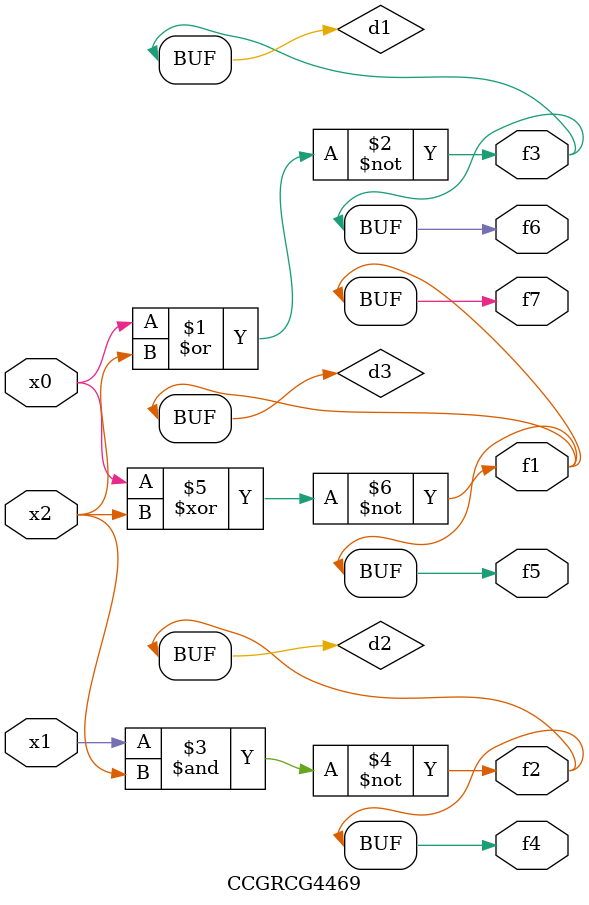
<source format=v>
module CCGRCG4469(
	input x0, x1, x2,
	output f1, f2, f3, f4, f5, f6, f7
);

	wire d1, d2, d3;

	nor (d1, x0, x2);
	nand (d2, x1, x2);
	xnor (d3, x0, x2);
	assign f1 = d3;
	assign f2 = d2;
	assign f3 = d1;
	assign f4 = d2;
	assign f5 = d3;
	assign f6 = d1;
	assign f7 = d3;
endmodule

</source>
